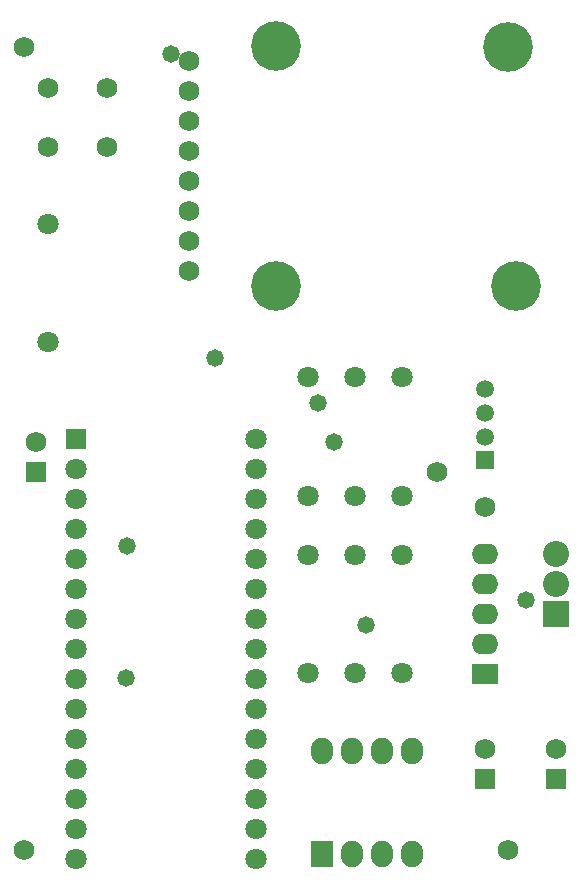
<source format=gbs>
G04 Layer_Color=8150272*
%FSLAX24Y24*%
%MOIN*%
G70*
G01*
G75*
%ADD32C,0.0680*%
%ADD33C,0.1655*%
%ADD34R,0.0680X0.0680*%
%ADD35C,0.0867*%
%ADD36R,0.0867X0.0867*%
%ADD37C,0.0710*%
%ADD38R,0.0710X0.0710*%
%ADD39C,0.0592*%
%ADD40R,0.0592X0.0592*%
%ADD41O,0.0880X0.0680*%
%ADD42R,0.0880X0.0680*%
%ADD43O,0.0730X0.0880*%
%ADD44R,0.0730X0.0880*%
%ADD45C,0.0580*%
D32*
X26378Y22441D02*
D03*
X24803Y23622D02*
D03*
X11811Y36417D02*
D03*
Y34449D02*
D03*
X11024Y37795D02*
D03*
Y11024D02*
D03*
X27165D02*
D03*
X16535Y37315D02*
D03*
Y36315D02*
D03*
Y35315D02*
D03*
Y34315D02*
D03*
Y33315D02*
D03*
Y32315D02*
D03*
Y31315D02*
D03*
Y30315D02*
D03*
X28740Y14386D02*
D03*
X26378Y14386D02*
D03*
X11417Y24622D02*
D03*
X13780Y36417D02*
D03*
Y34449D02*
D03*
D33*
X19435Y37815D02*
D03*
X27165Y37795D02*
D03*
X27435Y29815D02*
D03*
X19435D02*
D03*
D34*
X28740Y13386D02*
D03*
X26378Y13386D02*
D03*
X11417Y23622D02*
D03*
D35*
X28740Y20898D02*
D03*
Y19898D02*
D03*
D36*
Y18898D02*
D03*
D37*
X18748Y23717D02*
D03*
Y22717D02*
D03*
Y21717D02*
D03*
Y20717D02*
D03*
Y19717D02*
D03*
Y18717D02*
D03*
Y17717D02*
D03*
Y16717D02*
D03*
Y15717D02*
D03*
Y14717D02*
D03*
Y13717D02*
D03*
Y12717D02*
D03*
Y11717D02*
D03*
Y10717D02*
D03*
X12748D02*
D03*
Y11717D02*
D03*
Y12717D02*
D03*
Y13717D02*
D03*
Y14717D02*
D03*
Y15717D02*
D03*
Y16717D02*
D03*
Y17717D02*
D03*
Y18717D02*
D03*
Y19717D02*
D03*
Y20717D02*
D03*
Y21717D02*
D03*
X18748Y24717D02*
D03*
X12748Y22717D02*
D03*
Y23717D02*
D03*
X22047Y16929D02*
D03*
Y20866D02*
D03*
X11811Y27953D02*
D03*
Y31890D02*
D03*
X20472Y22835D02*
D03*
Y26772D02*
D03*
X22047Y22835D02*
D03*
Y26772D02*
D03*
X20472Y16929D02*
D03*
Y20866D02*
D03*
X23622Y22835D02*
D03*
Y26772D02*
D03*
Y16929D02*
D03*
Y20866D02*
D03*
D38*
X12748Y24717D02*
D03*
D39*
X26378Y26378D02*
D03*
Y25591D02*
D03*
Y24803D02*
D03*
D40*
Y24016D02*
D03*
D41*
X26398Y17898D02*
D03*
Y18898D02*
D03*
Y19898D02*
D03*
Y20898D02*
D03*
D42*
Y16898D02*
D03*
D43*
X22941Y10873D02*
D03*
X20941Y14328D02*
D03*
X21941D02*
D03*
X22941D02*
D03*
X23941D02*
D03*
Y10873D02*
D03*
X21941D02*
D03*
D44*
X20941D02*
D03*
D45*
X15910Y37560D02*
D03*
X14430Y16760D02*
D03*
X14470Y21160D02*
D03*
X21370Y24610D02*
D03*
X20820Y25930D02*
D03*
X22420Y18530D02*
D03*
X17390Y27410D02*
D03*
X27760Y19360D02*
D03*
M02*

</source>
